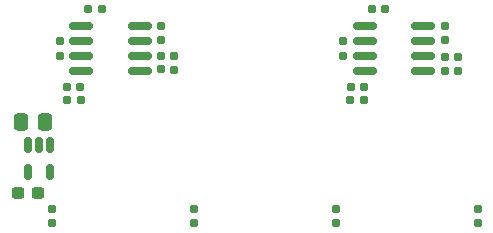
<source format=gbr>
%TF.GenerationSoftware,KiCad,Pcbnew,(5.99.0-12650-g5c402a64ab)*%
%TF.CreationDate,2021-10-05T22:34:51+02:00*%
%TF.ProjectId,mini_light_control,6d696e69-5f6c-4696-9768-745f636f6e74,v1.0*%
%TF.SameCoordinates,Original*%
%TF.FileFunction,Paste,Bot*%
%TF.FilePolarity,Positive*%
%FSLAX46Y46*%
G04 Gerber Fmt 4.6, Leading zero omitted, Abs format (unit mm)*
G04 Created by KiCad (PCBNEW (5.99.0-12650-g5c402a64ab)) date 2021-10-05 22:34:51*
%MOMM*%
%LPD*%
G01*
G04 APERTURE LIST*
G04 Aperture macros list*
%AMRoundRect*
0 Rectangle with rounded corners*
0 $1 Rounding radius*
0 $2 $3 $4 $5 $6 $7 $8 $9 X,Y pos of 4 corners*
0 Add a 4 corners polygon primitive as box body*
4,1,4,$2,$3,$4,$5,$6,$7,$8,$9,$2,$3,0*
0 Add four circle primitives for the rounded corners*
1,1,$1+$1,$2,$3*
1,1,$1+$1,$4,$5*
1,1,$1+$1,$6,$7*
1,1,$1+$1,$8,$9*
0 Add four rect primitives between the rounded corners*
20,1,$1+$1,$2,$3,$4,$5,0*
20,1,$1+$1,$4,$5,$6,$7,0*
20,1,$1+$1,$6,$7,$8,$9,0*
20,1,$1+$1,$8,$9,$2,$3,0*%
G04 Aperture macros list end*
%ADD10RoundRect,0.150000X0.825000X0.150000X-0.825000X0.150000X-0.825000X-0.150000X0.825000X-0.150000X0*%
%ADD11RoundRect,0.160000X0.160000X-0.197500X0.160000X0.197500X-0.160000X0.197500X-0.160000X-0.197500X0*%
%ADD12RoundRect,0.160000X-0.160000X0.197500X-0.160000X-0.197500X0.160000X-0.197500X0.160000X0.197500X0*%
%ADD13RoundRect,0.160000X-0.197500X-0.160000X0.197500X-0.160000X0.197500X0.160000X-0.197500X0.160000X0*%
%ADD14RoundRect,0.155000X-0.155000X0.212500X-0.155000X-0.212500X0.155000X-0.212500X0.155000X0.212500X0*%
%ADD15RoundRect,0.155000X-0.212500X-0.155000X0.212500X-0.155000X0.212500X0.155000X-0.212500X0.155000X0*%
%ADD16RoundRect,0.155000X0.212500X0.155000X-0.212500X0.155000X-0.212500X-0.155000X0.212500X-0.155000X0*%
%ADD17RoundRect,0.237500X-0.300000X-0.237500X0.300000X-0.237500X0.300000X0.237500X-0.300000X0.237500X0*%
%ADD18RoundRect,0.150000X-0.150000X0.512500X-0.150000X-0.512500X0.150000X-0.512500X0.150000X0.512500X0*%
%ADD19RoundRect,0.250000X-0.337500X-0.475000X0.337500X-0.475000X0.337500X0.475000X-0.337500X0.475000X0*%
G04 APERTURE END LIST*
D10*
%TO.C,U3*%
X142775000Y-42795000D03*
X142775000Y-44065000D03*
X142775000Y-45335000D03*
X142775000Y-46605000D03*
X137825000Y-46605000D03*
X137825000Y-45335000D03*
X137825000Y-44065000D03*
X137825000Y-42795000D03*
%TD*%
D11*
%TO.C,R4*%
X121700000Y-46497500D03*
X121700000Y-45302500D03*
%TD*%
D12*
%TO.C,R1*%
X111400000Y-58302500D03*
X111400000Y-59497500D03*
%TD*%
%TO.C,R7*%
X135400000Y-58302500D03*
X135400000Y-59497500D03*
%TD*%
D13*
%TO.C,R8*%
X136602500Y-49100000D03*
X137797500Y-49100000D03*
%TD*%
D11*
%TO.C,R10*%
X145700000Y-46597500D03*
X145700000Y-45402500D03*
%TD*%
%TO.C,R6*%
X120600000Y-43997500D03*
X120600000Y-42802500D03*
%TD*%
D14*
%TO.C,C10*%
X144600000Y-45432500D03*
X144600000Y-46567500D03*
%TD*%
D15*
%TO.C,C11*%
X138432500Y-41400000D03*
X139567500Y-41400000D03*
%TD*%
D16*
%TO.C,C9*%
X137767500Y-48000000D03*
X136632500Y-48000000D03*
%TD*%
D17*
%TO.C,C8*%
X108487502Y-56937501D03*
X110212502Y-56937501D03*
%TD*%
D14*
%TO.C,C3*%
X120600000Y-45332500D03*
X120600000Y-46467500D03*
%TD*%
D11*
%TO.C,R11*%
X136000000Y-45297500D03*
X136000000Y-44102500D03*
%TD*%
D15*
%TO.C,C4*%
X114432500Y-41400000D03*
X115567500Y-41400000D03*
%TD*%
D10*
%TO.C,U1*%
X118775000Y-42795000D03*
X118775000Y-44065000D03*
X118775000Y-45335000D03*
X118775000Y-46605000D03*
X113825000Y-46605000D03*
X113825000Y-45335000D03*
X113825000Y-44065000D03*
X113825000Y-42795000D03*
%TD*%
D11*
%TO.C,R12*%
X144600000Y-43997500D03*
X144600000Y-42802500D03*
%TD*%
D13*
%TO.C,R2*%
X112602500Y-49100000D03*
X113797500Y-49100000D03*
%TD*%
D12*
%TO.C,R3*%
X123400000Y-58302500D03*
X123400000Y-59497500D03*
%TD*%
%TO.C,R9*%
X147400000Y-58302500D03*
X147400000Y-59497500D03*
%TD*%
D18*
%TO.C,U2*%
X109300000Y-52900000D03*
X110250000Y-52900000D03*
X111200000Y-52900000D03*
X111200000Y-55175000D03*
X109300000Y-55175000D03*
%TD*%
D16*
%TO.C,C2*%
X113767500Y-48000000D03*
X112632500Y-48000000D03*
%TD*%
D19*
%TO.C,C5*%
X108712501Y-50937501D03*
X110787501Y-50937501D03*
%TD*%
D11*
%TO.C,R5*%
X112000000Y-45297500D03*
X112000000Y-44102500D03*
%TD*%
M02*

</source>
